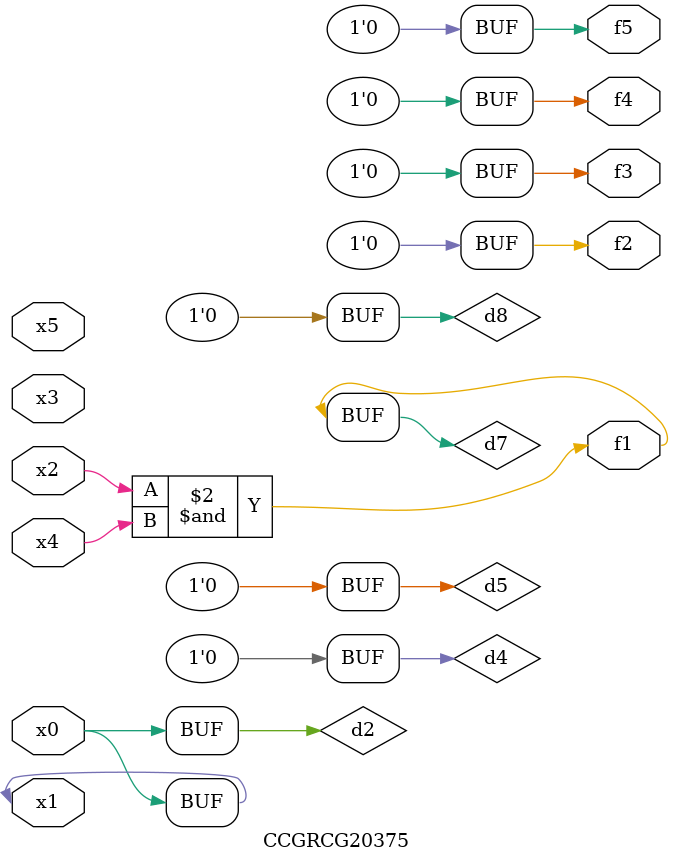
<source format=v>
module CCGRCG20375(
	input x0, x1, x2, x3, x4, x5,
	output f1, f2, f3, f4, f5
);

	wire d1, d2, d3, d4, d5, d6, d7, d8, d9;

	nand (d1, x1);
	buf (d2, x0, x1);
	nand (d3, x2, x4);
	and (d4, d1, d2);
	and (d5, d1, d2);
	nand (d6, d1, d3);
	not (d7, d3);
	xor (d8, d5);
	nor (d9, d5, d6);
	assign f1 = d7;
	assign f2 = d8;
	assign f3 = d8;
	assign f4 = d8;
	assign f5 = d8;
endmodule

</source>
